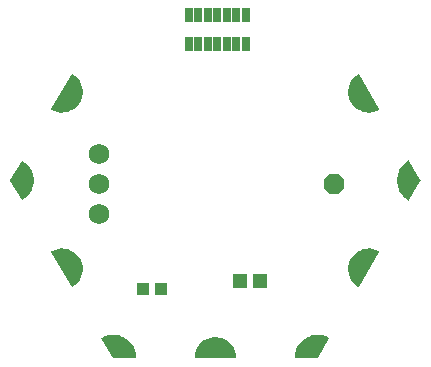
<source format=gbr>
G04 EAGLE Gerber RS-274X export*
G75*
%MOMM*%
%FSLAX34Y34*%
%LPD*%
%INSoldermask Top*%
%IPPOS*%
%AMOC8*
5,1,8,0,0,1.08239X$1,22.5*%
G01*
%ADD10R,1.003200X1.003200*%
%ADD11P,1.869504X8X22.500000*%
%ADD12R,1.303200X1.203200*%
%ADD13C,1.727200*%
%ADD14C,1.203200*%
%ADD15R,0.703200X1.203200*%

G36*
X17822Y-475D02*
X17822Y-475D01*
X17851Y-477D01*
X17919Y-455D01*
X17989Y-441D01*
X18013Y-424D01*
X18040Y-415D01*
X18094Y-369D01*
X18153Y-328D01*
X18168Y-304D01*
X18190Y-285D01*
X18221Y-221D01*
X18260Y-161D01*
X18264Y-132D01*
X18277Y-106D01*
X18286Y-7D01*
X18293Y35D01*
X18290Y46D01*
X18291Y60D01*
X18059Y2858D01*
X18050Y2891D01*
X18046Y2939D01*
X17357Y5661D01*
X17342Y5692D01*
X17330Y5739D01*
X16202Y8310D01*
X16182Y8339D01*
X16163Y8383D01*
X14627Y10733D01*
X14603Y10758D01*
X14576Y10799D01*
X12675Y12864D01*
X12647Y12885D01*
X12614Y12920D01*
X10399Y14645D01*
X10368Y14660D01*
X10330Y14690D01*
X7860Y16026D01*
X7827Y16036D01*
X7785Y16059D01*
X6599Y16466D01*
X5144Y16966D01*
X5129Y16971D01*
X5095Y16975D01*
X5049Y16991D01*
X2280Y17453D01*
X2245Y17452D01*
X2198Y17460D01*
X-610Y17460D01*
X-644Y17453D01*
X-692Y17453D01*
X-3462Y16991D01*
X-3494Y16979D01*
X-3542Y16971D01*
X-6197Y16059D01*
X-6227Y16042D01*
X-6273Y16026D01*
X-8742Y14690D01*
X-8769Y14667D01*
X-8811Y14645D01*
X-11027Y12920D01*
X-11049Y12894D01*
X-11087Y12864D01*
X-12989Y10799D01*
X-13007Y10769D01*
X-13040Y10733D01*
X-14575Y8383D01*
X-14588Y8351D01*
X-14615Y8310D01*
X-15742Y5739D01*
X-15750Y5705D01*
X-15753Y5699D01*
X-15758Y5690D01*
X-15759Y5684D01*
X-15769Y5661D01*
X-16458Y2939D01*
X-16460Y2905D01*
X-16472Y2858D01*
X-16704Y60D01*
X-16700Y31D01*
X-16705Y2D01*
X-16689Y-67D01*
X-16680Y-138D01*
X-16666Y-163D01*
X-16659Y-191D01*
X-16617Y-248D01*
X-16582Y-310D01*
X-16559Y-328D01*
X-16541Y-351D01*
X-16480Y-388D01*
X-16424Y-431D01*
X-16395Y-438D01*
X-16370Y-453D01*
X-16272Y-469D01*
X-16231Y-480D01*
X-16220Y-478D01*
X-16206Y-481D01*
X17794Y-481D01*
X17822Y-475D01*
G37*
G36*
X-120599Y59829D02*
X-120599Y59829D01*
X-120529Y59826D01*
X-120501Y59836D01*
X-120472Y59838D01*
X-120382Y59880D01*
X-120342Y59895D01*
X-120334Y59903D01*
X-120322Y59909D01*
X-118018Y61508D01*
X-117994Y61533D01*
X-117954Y61561D01*
X-115945Y63518D01*
X-115926Y63546D01*
X-115891Y63580D01*
X-114232Y65841D01*
X-114217Y65872D01*
X-114189Y65911D01*
X-112924Y68414D01*
X-112915Y68447D01*
X-112893Y68490D01*
X-112058Y71168D01*
X-112054Y71202D01*
X-112040Y71248D01*
X-111656Y74026D01*
X-111658Y74061D01*
X-111652Y74109D01*
X-111731Y76912D01*
X-111739Y76946D01*
X-111740Y76994D01*
X-112280Y79746D01*
X-112293Y79778D01*
X-112302Y79825D01*
X-113287Y82451D01*
X-113303Y82476D01*
X-113307Y82496D01*
X-113315Y82506D01*
X-113322Y82526D01*
X-114726Y84954D01*
X-114749Y84980D01*
X-114773Y85021D01*
X-116558Y87185D01*
X-116584Y87207D01*
X-116615Y87244D01*
X-118731Y89084D01*
X-118761Y89102D01*
X-118798Y89133D01*
X-121188Y90600D01*
X-121220Y90612D01*
X-121261Y90638D01*
X-123860Y91691D01*
X-123895Y91698D01*
X-123939Y91716D01*
X-126676Y92327D01*
X-126711Y92328D01*
X-126758Y92338D01*
X-129558Y92491D01*
X-129592Y92486D01*
X-129641Y92489D01*
X-132428Y92178D01*
X-132461Y92168D01*
X-132509Y92163D01*
X-135207Y91398D01*
X-135238Y91382D01*
X-135284Y91369D01*
X-137820Y90170D01*
X-137843Y90153D01*
X-137870Y90142D01*
X-137922Y90094D01*
X-137979Y90051D01*
X-137994Y90026D01*
X-138015Y90006D01*
X-138043Y89941D01*
X-138079Y89879D01*
X-138083Y89850D01*
X-138094Y89824D01*
X-138095Y89753D01*
X-138104Y89682D01*
X-138096Y89654D01*
X-138097Y89625D01*
X-138062Y89532D01*
X-138050Y89491D01*
X-138043Y89482D01*
X-138038Y89469D01*
X-121038Y60069D01*
X-121019Y60047D01*
X-121007Y60021D01*
X-120954Y59973D01*
X-120907Y59920D01*
X-120880Y59907D01*
X-120859Y59888D01*
X-120791Y59865D01*
X-120727Y59834D01*
X-120698Y59833D01*
X-120670Y59824D01*
X-120599Y59829D01*
G37*
G36*
X131180Y207551D02*
X131180Y207551D01*
X131228Y207549D01*
X134015Y207859D01*
X134048Y207870D01*
X134096Y207875D01*
X136794Y208640D01*
X136825Y208656D01*
X136872Y208669D01*
X139407Y209867D01*
X139431Y209885D01*
X139458Y209895D01*
X139509Y209944D01*
X139566Y209986D01*
X139581Y210012D01*
X139602Y210032D01*
X139631Y210097D01*
X139667Y210158D01*
X139670Y210187D01*
X139682Y210214D01*
X139683Y210285D01*
X139692Y210356D01*
X139684Y210384D01*
X139684Y210413D01*
X139649Y210506D01*
X139638Y210547D01*
X139631Y210556D01*
X139626Y210569D01*
X122626Y239969D01*
X122607Y239990D01*
X122594Y240017D01*
X122541Y240064D01*
X122494Y240118D01*
X122468Y240130D01*
X122446Y240150D01*
X122379Y240173D01*
X122315Y240203D01*
X122286Y240204D01*
X122258Y240214D01*
X122187Y240209D01*
X122116Y240212D01*
X122089Y240202D01*
X122060Y240200D01*
X121969Y240157D01*
X121930Y240142D01*
X121922Y240135D01*
X121909Y240129D01*
X119605Y238529D01*
X119581Y238504D01*
X119542Y238477D01*
X117533Y236520D01*
X117513Y236491D01*
X117479Y236458D01*
X115819Y234197D01*
X115805Y234165D01*
X115776Y234127D01*
X114512Y231623D01*
X114502Y231590D01*
X114481Y231547D01*
X113645Y228870D01*
X113642Y228835D01*
X113627Y228789D01*
X113244Y226011D01*
X113246Y225977D01*
X113239Y225929D01*
X113318Y223126D01*
X113326Y223092D01*
X113328Y223044D01*
X113867Y220291D01*
X113880Y220259D01*
X113890Y220212D01*
X114875Y217586D01*
X114893Y217557D01*
X114910Y217512D01*
X116314Y215084D01*
X116337Y215058D01*
X116361Y215016D01*
X118145Y212853D01*
X118172Y212831D01*
X118203Y212794D01*
X120319Y210953D01*
X120349Y210936D01*
X120385Y210904D01*
X122775Y209437D01*
X122808Y209425D01*
X122849Y209400D01*
X125448Y208346D01*
X125482Y208340D01*
X125527Y208322D01*
X128264Y207710D01*
X128298Y207710D01*
X128345Y207699D01*
X131146Y207546D01*
X131180Y207551D01*
G37*
G36*
X122220Y59829D02*
X122220Y59829D01*
X122291Y59829D01*
X122317Y59840D01*
X122346Y59843D01*
X122408Y59878D01*
X122474Y59906D01*
X122494Y59926D01*
X122520Y59941D01*
X122583Y60017D01*
X122613Y60048D01*
X122617Y60058D01*
X122626Y60069D01*
X139626Y89469D01*
X139635Y89497D01*
X139652Y89520D01*
X139667Y89590D01*
X139689Y89657D01*
X139687Y89686D01*
X139693Y89715D01*
X139679Y89785D01*
X139674Y89856D01*
X139660Y89882D01*
X139655Y89910D01*
X139615Y89969D01*
X139582Y90032D01*
X139560Y90051D01*
X139544Y90075D01*
X139462Y90132D01*
X139429Y90159D01*
X139419Y90162D01*
X139407Y90170D01*
X136872Y91369D01*
X136838Y91377D01*
X136794Y91398D01*
X134096Y92163D01*
X134062Y92165D01*
X134015Y92178D01*
X131228Y92489D01*
X131193Y92486D01*
X131146Y92491D01*
X128345Y92338D01*
X128312Y92330D01*
X128264Y92327D01*
X125527Y91716D01*
X125495Y91702D01*
X125448Y91691D01*
X122849Y90638D01*
X122820Y90618D01*
X122775Y90600D01*
X120385Y89133D01*
X120360Y89110D01*
X120319Y89084D01*
X118203Y87244D01*
X118181Y87216D01*
X118145Y87185D01*
X116361Y85021D01*
X116344Y84991D01*
X116314Y84954D01*
X114910Y82526D01*
X114899Y82493D01*
X114891Y82480D01*
X114882Y82465D01*
X114882Y82463D01*
X114875Y82451D01*
X113890Y79825D01*
X113884Y79791D01*
X113867Y79746D01*
X113328Y76994D01*
X113328Y76959D01*
X113318Y76912D01*
X113239Y74109D01*
X113245Y74074D01*
X113244Y74026D01*
X113627Y71248D01*
X113639Y71215D01*
X113645Y71168D01*
X114481Y68490D01*
X114497Y68460D01*
X114512Y68414D01*
X115776Y65911D01*
X115798Y65884D01*
X115819Y65841D01*
X117479Y63580D01*
X117504Y63557D01*
X117533Y63518D01*
X119542Y61561D01*
X119571Y61542D01*
X119605Y61508D01*
X121909Y59909D01*
X121936Y59897D01*
X121958Y59879D01*
X122026Y59858D01*
X122092Y59830D01*
X122121Y59830D01*
X122149Y59822D01*
X122220Y59829D01*
G37*
G36*
X-126758Y207699D02*
X-126758Y207699D01*
X-126724Y207708D01*
X-126676Y207710D01*
X-123939Y208322D01*
X-123908Y208336D01*
X-123860Y208346D01*
X-121261Y209400D01*
X-121232Y209419D01*
X-121188Y209437D01*
X-118798Y210904D01*
X-118772Y210928D01*
X-118731Y210953D01*
X-116615Y212794D01*
X-116594Y212821D01*
X-116558Y212853D01*
X-114773Y215016D01*
X-114757Y215047D01*
X-114726Y215084D01*
X-113322Y217512D01*
X-113311Y217545D01*
X-113287Y217586D01*
X-112302Y220212D01*
X-112297Y220246D01*
X-112280Y220291D01*
X-111740Y223044D01*
X-111740Y223078D01*
X-111731Y223126D01*
X-111652Y225929D01*
X-111658Y225963D01*
X-111656Y226011D01*
X-112040Y228789D01*
X-112051Y228822D01*
X-112058Y228870D01*
X-112893Y231547D01*
X-112910Y231578D01*
X-112924Y231623D01*
X-114189Y234127D01*
X-114210Y234154D01*
X-114232Y234197D01*
X-115891Y236458D01*
X-115917Y236481D01*
X-115945Y236520D01*
X-117954Y238477D01*
X-117983Y238496D01*
X-118018Y238529D01*
X-120322Y240129D01*
X-120348Y240140D01*
X-120371Y240159D01*
X-120439Y240179D01*
X-120504Y240207D01*
X-120533Y240208D01*
X-120561Y240216D01*
X-120632Y240208D01*
X-120703Y240209D01*
X-120730Y240197D01*
X-120759Y240194D01*
X-120821Y240159D01*
X-120887Y240132D01*
X-120907Y240111D01*
X-120932Y240097D01*
X-120996Y240020D01*
X-121026Y239990D01*
X-121030Y239979D01*
X-121038Y239969D01*
X-138038Y210569D01*
X-138048Y210541D01*
X-138064Y210517D01*
X-138079Y210448D01*
X-138102Y210380D01*
X-138099Y210351D01*
X-138106Y210323D01*
X-138092Y210253D01*
X-138086Y210182D01*
X-138073Y210156D01*
X-138067Y210127D01*
X-138028Y210069D01*
X-137995Y210005D01*
X-137972Y209987D01*
X-137956Y209963D01*
X-137874Y209906D01*
X-137842Y209879D01*
X-137831Y209875D01*
X-137820Y209867D01*
X-135284Y208669D01*
X-135250Y208661D01*
X-135207Y208640D01*
X-132509Y207875D01*
X-132474Y207872D01*
X-132428Y207859D01*
X-129641Y207549D01*
X-129606Y207552D01*
X-129558Y207546D01*
X-126758Y207699D01*
G37*
G36*
X164521Y133029D02*
X164521Y133029D01*
X164592Y133029D01*
X164618Y133040D01*
X164647Y133044D01*
X164710Y133079D01*
X164775Y133106D01*
X164795Y133127D01*
X164821Y133141D01*
X164884Y133218D01*
X164914Y133249D01*
X164918Y133259D01*
X164926Y133270D01*
X174426Y149770D01*
X174437Y149801D01*
X174445Y149814D01*
X174449Y149839D01*
X174451Y149842D01*
X174482Y149913D01*
X174482Y149936D01*
X174489Y149958D01*
X174483Y150035D01*
X174484Y150112D01*
X174475Y150136D01*
X174474Y150157D01*
X174453Y150196D01*
X174426Y150268D01*
X164926Y166768D01*
X164907Y166790D01*
X164895Y166816D01*
X164842Y166864D01*
X164795Y166917D01*
X164769Y166930D01*
X164747Y166949D01*
X164680Y166972D01*
X164616Y167003D01*
X164587Y167004D01*
X164559Y167014D01*
X164488Y167009D01*
X164417Y167012D01*
X164390Y167002D01*
X164361Y167000D01*
X164270Y166958D01*
X164230Y166943D01*
X164222Y166935D01*
X164210Y166930D01*
X161687Y165188D01*
X161663Y165163D01*
X161624Y165137D01*
X159413Y163013D01*
X159394Y162985D01*
X159360Y162953D01*
X157518Y160502D01*
X157503Y160471D01*
X157475Y160434D01*
X156050Y157719D01*
X156041Y157687D01*
X156025Y157662D01*
X156024Y157654D01*
X156019Y157645D01*
X155048Y154736D01*
X155043Y154703D01*
X155028Y154658D01*
X154536Y151632D01*
X154538Y151598D01*
X154530Y151552D01*
X154530Y148486D01*
X154531Y148482D01*
X154530Y148480D01*
X154537Y148453D01*
X154537Y148452D01*
X154536Y148406D01*
X155028Y145379D01*
X155040Y145347D01*
X155048Y145301D01*
X156019Y142393D01*
X156035Y142363D01*
X156050Y142319D01*
X157475Y139604D01*
X157496Y139578D01*
X157518Y139536D01*
X159360Y137085D01*
X159385Y137062D01*
X159413Y137025D01*
X161624Y134900D01*
X161653Y134882D01*
X161687Y134850D01*
X164210Y133108D01*
X164237Y133097D01*
X164259Y133078D01*
X164327Y133058D01*
X164393Y133030D01*
X164422Y133030D01*
X164450Y133021D01*
X164521Y133029D01*
G37*
G36*
X-162901Y133029D02*
X-162901Y133029D01*
X-162829Y133025D01*
X-162802Y133036D01*
X-162773Y133038D01*
X-162683Y133080D01*
X-162643Y133095D01*
X-162635Y133102D01*
X-162623Y133108D01*
X-160099Y134850D01*
X-160076Y134874D01*
X-160037Y134900D01*
X-157826Y137025D01*
X-157806Y137052D01*
X-157772Y137085D01*
X-155930Y139536D01*
X-155916Y139567D01*
X-155887Y139604D01*
X-154463Y142319D01*
X-154453Y142351D01*
X-154431Y142393D01*
X-153460Y145301D01*
X-153456Y145335D01*
X-153441Y145379D01*
X-152949Y148406D01*
X-152950Y148439D01*
X-152943Y148486D01*
X-152943Y151552D01*
X-152949Y151585D01*
X-152949Y151632D01*
X-153441Y154658D01*
X-153453Y154690D01*
X-153460Y154736D01*
X-154431Y157645D01*
X-154444Y157668D01*
X-154450Y157693D01*
X-154457Y157702D01*
X-154463Y157719D01*
X-155887Y160434D01*
X-155909Y160460D01*
X-155930Y160502D01*
X-157772Y162953D01*
X-157798Y162975D01*
X-157826Y163013D01*
X-160037Y165137D01*
X-160066Y165155D01*
X-160099Y165188D01*
X-162623Y166930D01*
X-162649Y166941D01*
X-162672Y166959D01*
X-162740Y166980D01*
X-162806Y167008D01*
X-162834Y167008D01*
X-162862Y167016D01*
X-162933Y167008D01*
X-163004Y167008D01*
X-163031Y166997D01*
X-163060Y166994D01*
X-163122Y166959D01*
X-163188Y166931D01*
X-163208Y166910D01*
X-163233Y166896D01*
X-163297Y166819D01*
X-163326Y166789D01*
X-163330Y166778D01*
X-163339Y166768D01*
X-172839Y150268D01*
X-172863Y150195D01*
X-172894Y150124D01*
X-172895Y150101D01*
X-172902Y150079D01*
X-172896Y150003D01*
X-172897Y149926D01*
X-172888Y149901D01*
X-172886Y149881D01*
X-172866Y149841D01*
X-172846Y149789D01*
X-172845Y149784D01*
X-172844Y149782D01*
X-172839Y149770D01*
X-163339Y133270D01*
X-163320Y133248D01*
X-163308Y133222D01*
X-163255Y133174D01*
X-163207Y133121D01*
X-163181Y133108D01*
X-163160Y133089D01*
X-163092Y133065D01*
X-163028Y133035D01*
X-162999Y133033D01*
X-162972Y133024D01*
X-162901Y133029D01*
G37*
G36*
X87470Y-465D02*
X87470Y-465D01*
X87547Y-456D01*
X87567Y-445D01*
X87589Y-441D01*
X87653Y-397D01*
X87721Y-359D01*
X87736Y-340D01*
X87753Y-328D01*
X87777Y-291D01*
X87826Y-230D01*
X97326Y16270D01*
X97335Y16297D01*
X97352Y16320D01*
X97367Y16391D01*
X97389Y16458D01*
X97387Y16487D01*
X97393Y16515D01*
X97379Y16585D01*
X97374Y16657D01*
X97360Y16682D01*
X97355Y16710D01*
X97315Y16769D01*
X97282Y16833D01*
X97260Y16851D01*
X97244Y16875D01*
X97161Y16933D01*
X97128Y16959D01*
X97118Y16962D01*
X97107Y16970D01*
X94341Y18279D01*
X94308Y18287D01*
X94266Y18307D01*
X91326Y19155D01*
X91292Y19157D01*
X91247Y19171D01*
X88209Y19536D01*
X88175Y19533D01*
X88129Y19539D01*
X85072Y19412D01*
X85039Y19404D01*
X84992Y19402D01*
X81995Y18787D01*
X81964Y18773D01*
X81918Y18764D01*
X79058Y17676D01*
X79029Y17658D01*
X78985Y17641D01*
X76337Y16108D01*
X76312Y16086D01*
X76271Y16062D01*
X73903Y14124D01*
X73882Y14098D01*
X73846Y14069D01*
X71819Y11776D01*
X71802Y11747D01*
X71771Y11712D01*
X70139Y9124D01*
X70127Y9092D01*
X70101Y9052D01*
X68906Y6236D01*
X68899Y6203D01*
X68896Y6196D01*
X68892Y6189D01*
X68891Y6184D01*
X68880Y6160D01*
X68151Y3188D01*
X68150Y3154D01*
X68139Y3109D01*
X67896Y58D01*
X67900Y30D01*
X67895Y2D01*
X67911Y-68D01*
X67920Y-139D01*
X67934Y-164D01*
X67941Y-191D01*
X67983Y-249D01*
X68019Y-311D01*
X68042Y-329D01*
X68059Y-351D01*
X68120Y-388D01*
X68178Y-431D01*
X68205Y-438D01*
X68230Y-453D01*
X68330Y-470D01*
X68371Y-480D01*
X68381Y-478D01*
X68394Y-481D01*
X87394Y-481D01*
X87470Y-465D01*
G37*
G36*
X-66778Y-475D02*
X-66778Y-475D01*
X-66750Y-477D01*
X-66682Y-455D01*
X-66611Y-441D01*
X-66588Y-425D01*
X-66561Y-416D01*
X-66507Y-369D01*
X-66447Y-328D01*
X-66432Y-305D01*
X-66411Y-286D01*
X-66379Y-221D01*
X-66340Y-161D01*
X-66336Y-133D01*
X-66323Y-107D01*
X-66314Y-6D01*
X-66307Y35D01*
X-66310Y45D01*
X-66309Y58D01*
X-66551Y3109D01*
X-66561Y3141D01*
X-66564Y3188D01*
X-67293Y6160D01*
X-67307Y6190D01*
X-67318Y6236D01*
X-68514Y9052D01*
X-68533Y9080D01*
X-68551Y9124D01*
X-70184Y11712D01*
X-70207Y11736D01*
X-70232Y11776D01*
X-72258Y14069D01*
X-72285Y14089D01*
X-72316Y14124D01*
X-74684Y16062D01*
X-74714Y16078D01*
X-74750Y16108D01*
X-77398Y17641D01*
X-77430Y17652D01*
X-77470Y17676D01*
X-80330Y18764D01*
X-80364Y18770D01*
X-80407Y18787D01*
X-83405Y19402D01*
X-83439Y19402D01*
X-83484Y19412D01*
X-86542Y19539D01*
X-86575Y19534D01*
X-86622Y19536D01*
X-89660Y19171D01*
X-89692Y19160D01*
X-89739Y19155D01*
X-92679Y18307D01*
X-92709Y18291D01*
X-92754Y18279D01*
X-95520Y16970D01*
X-95543Y16953D01*
X-95570Y16943D01*
X-95622Y16894D01*
X-95679Y16851D01*
X-95693Y16826D01*
X-95714Y16807D01*
X-95743Y16741D01*
X-95779Y16679D01*
X-95783Y16651D01*
X-95794Y16624D01*
X-95795Y16553D01*
X-95804Y16482D01*
X-95796Y16454D01*
X-95797Y16426D01*
X-95762Y16331D01*
X-95750Y16290D01*
X-95743Y16282D01*
X-95739Y16270D01*
X-86239Y-230D01*
X-86187Y-289D01*
X-86141Y-351D01*
X-86122Y-363D01*
X-86107Y-379D01*
X-86037Y-413D01*
X-85970Y-453D01*
X-85946Y-457D01*
X-85928Y-465D01*
X-85883Y-467D01*
X-85806Y-481D01*
X-66806Y-481D01*
X-66778Y-475D01*
G37*
D10*
X-60681Y57944D03*
X-45681Y57944D03*
D11*
X101600Y146844D03*
D12*
X38663Y65088D03*
X21663Y65088D03*
D13*
X-97631Y172244D03*
X-97631Y146844D03*
X-97631Y121444D03*
D14*
X165994Y150019D03*
X83394Y6919D03*
X-81806Y6919D03*
X-164406Y150019D03*
X124694Y221519D03*
X124694Y78519D03*
X794Y6919D03*
X-123106Y78519D03*
X-123106Y221519D03*
D15*
X-21619Y265813D03*
X-13619Y265813D03*
X-5619Y265813D03*
X2381Y265813D03*
X10381Y265813D03*
X18381Y265813D03*
X26381Y265813D03*
X26381Y289813D03*
X18381Y289813D03*
X10381Y289813D03*
X2381Y289813D03*
X-5619Y289813D03*
X-13619Y289813D03*
X-21619Y289813D03*
M02*

</source>
